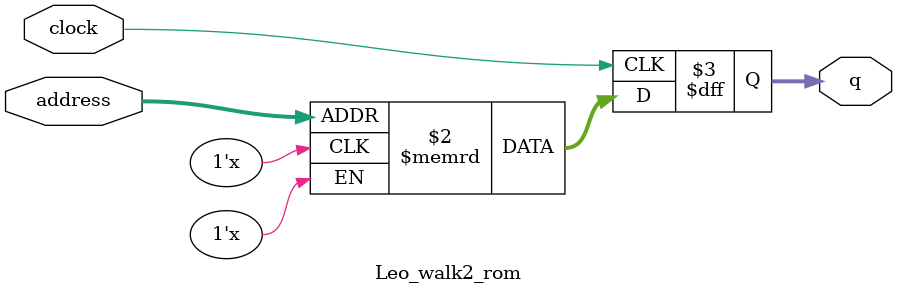
<source format=sv>
module Leo_walk2_rom (
	input logic clock,
	input logic [7:0] address,
	output logic [3:0] q
);

logic [3:0] memory [0:255] /* synthesis ram_init_file = "./Leo_walk2/Leo_walk2.mif" */;

always_ff @ (posedge clock) begin
	q <= memory[address];
end

endmodule

</source>
